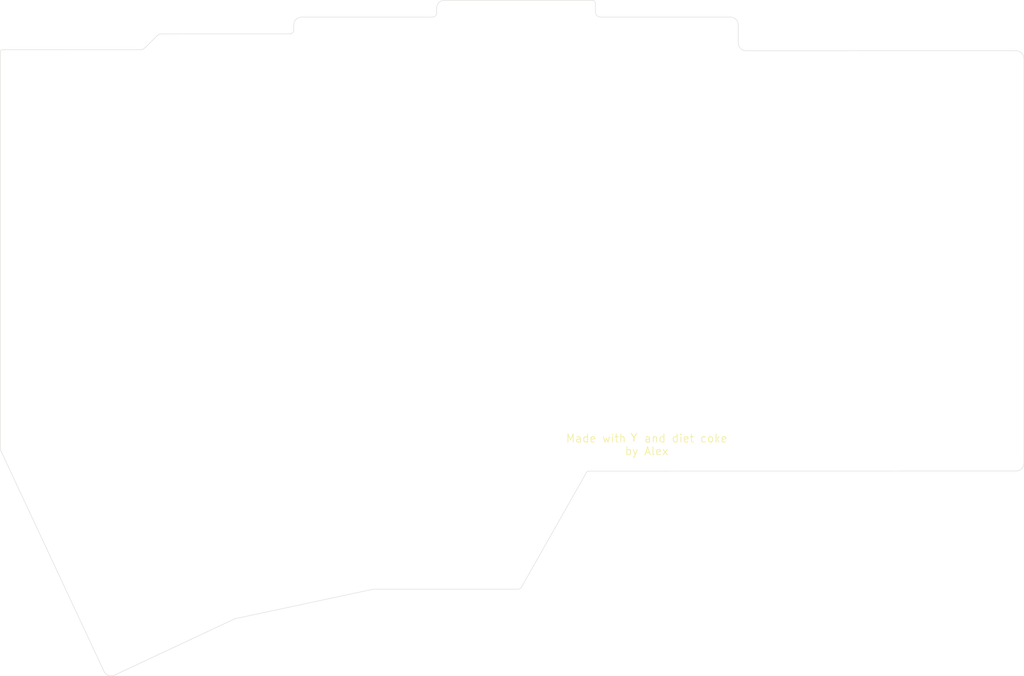
<source format=kicad_pcb>
(kicad_pcb (version 20240108) (generator "pcbnew") (generator_version "8.0")
  (layers (0 "F.Cu" signal) (31 "B.Cu" signal) (34 "B.Paste" user) (35 "F.Paste" user) (36 "B.SilkS" user "B.Silkscreen") (37 "F.SilkS" user "F.Silkscreen") (38 "B.Mask" user) (39 "F.Mask" user) (44 "Edge.Cuts" user))
  (net 0 "")
  (footprint "" (layer "B.Cu") (at 108.37857 55.25 180)
    (property "Reference" "" (at 0 0 0) (layer "B.SilkS") (effects (font (size 1.27 1.27)) (justify mirror)))
    (property "Value" "")
    (pad "" np_thru_hole circle (at 0 0 180) (size 2.2 2.2) (drill 2.2) (layers "F&B.Cu" "*.Mask"))
  )
  (footprint "" (layer "B.Cu") (at 108.37857 74.375 180)
    (property "Reference" "" (at 0 0 0) (layer "B.SilkS") (effects (font (size 1.27 1.27)) (justify mirror)))
    (property "Value" "")
    (pad "" np_thru_hole circle (at 0 0 180) (size 2.2 2.2) (drill 2.2) (layers "F&B.Cu" "*.Mask"))
  )
  (footprint "" (layer "B.Cu") (at 180.37857 76.5 180)
    (property "Reference" "" (at 0 0 0) (layer "B.SilkS") (effects (font (size 1.27 1.27)) (justify mirror)))
    (property "Value" "")
    (pad "" np_thru_hole circle (at 0 0 180) (size 2.2 2.2) (drill 2.2) (layers "F&B.Cu" "*.Mask"))
  )
  (footprint "" (layer "B.Cu") (at 97.12857 93.5172 180)
    (property "Reference" "" (at 0 0 0) (layer "B.SilkS") (effects (font (size 1.27 1.27)) (justify mirror)))
    (property "Value" "")
    (pad "" np_thru_hole circle (at 0 0 180) (size 2.2 2.2) (drill 2.2) (layers "F&B.Cu" "*.Mask"))
  )
  (footprint "" (layer "B.Cu") (at 139.87857 91.375 180)
    (property "Reference" "" (at 0 0 0) (layer "B.SilkS") (effects (font (size 1.27 1.27)) (justify mirror)))
    (property "Value" "")
    (pad "" np_thru_hole circle (at 0 0 180) (size 2.2 2.2) (drill 2.2) (layers "F&B.Cu" "*.Mask"))
  )
  (footprint "" (layer "B.Cu") (at 180.37857 59.5 180)
    (property "Reference" "" (at 0 0 0) (layer "B.SilkS") (effects (font (size 1.27 1.27)) (justify mirror)))
    (property "Value" "")
    (pad "" np_thru_hole circle (at 0 0 180) (size 2.2 2.2) (drill 2.2) (layers "F&B.Cu" "*.Mask"))
  )
  (gr_arc (start 70.481888 91.977009) (mid 70.404877 91.797527) (end 70.37857 91.604) (stroke (width 0.05)) (layer "Edge.Cuts"))
  (gr_arc (start 70.37857 41.629) (mid 70.452965 41.449395) (end 70.63257 41.375) (stroke (width 0.05)) (layer "Edge.Cuts"))
  (gr_arc (start 90.12857 39.625) (mid 90.38241 39.442877) (end 90.688125 39.378551) (stroke (width 0.05)) (layer "Edge.Cuts"))
  (gr_line (start 146.01357 37.25) (end 162.37857 37.25) (stroke (width 0.05)) (layer "Edge.Cuts"))
  (gr_line (start 99.96468 113.119122) (end 84.781703 120.236573) (stroke (width 0.05)) (layer "Edge.Cuts"))
  (gr_arc (start 146.01357 37.25) (mid 145.564557 37.064013) (end 145.37857 36.615) (stroke (width 0.05)) (layer "Edge.Cuts"))
  (gr_line (start 90.688125 39.378551) (end 106.87057 39.375) (stroke (width 0.05)) (layer "Edge.Cuts"))
  (gr_line (start 125.37857 36.742) (end 125.37857 36.125) (stroke (width 0.05)) (layer "Edge.Cuts"))
  (gr_line (start 135.67857 109.3922) (end 117.41468 109.394122) (stroke (width 0.05)) (layer "Edge.Cuts"))
  (gr_arc (start 125.37857 36.742) (mid 125.22978 37.10121) (end 124.87057 37.25) (stroke (width 0.05)) (layer "Edge.Cuts"))
  (gr_line (start 164.37857 41.505636) (end 198.37857 41.5) (stroke (width 0.05)) (layer "Edge.Cuts"))
  (gr_line (start 136.085677 109.099307) (end 144.243529 94.691538) (stroke (width 0.05)) (layer "Edge.Cuts"))
  (gr_line (start 70.37857 91.604) (end 70.37857 41.629) (stroke (width 0.05)) (layer "Edge.Cuts"))
  (gr_line (start 199.37857 42.5) (end 199.37857 93.5) (stroke (width 0.05)) (layer "Edge.Cuts"))
  (gr_arc (start 125.37857 36.125) (mid 125.671463 35.417893) (end 126.37857 35.125) (stroke (width 0.05)) (layer "Edge.Cuts"))
  (gr_arc (start 198.37857 41.5) (mid 199.085677 41.792893) (end 199.37857 42.5) (stroke (width 0.05)) (layer "Edge.Cuts"))
  (gr_arc (start 199.37857 93.5) (mid 199.085677 94.207107) (end 198.37857 94.5) (stroke (width 0.05)) (layer "Edge.Cuts"))
  (gr_line (start 126.37857 35.125) (end 144.99757 35.125) (stroke (width 0.05)) (layer "Edge.Cuts"))
  (gr_arc (start 107.37857 38.867) (mid 107.22978 39.22621) (end 106.87057 39.375) (stroke (width 0.05)) (layer "Edge.Cuts"))
  (gr_arc (start 136.085676 109.099307) (mid 135.921185 109.299896) (end 135.678505 109.391545) (stroke (width 0.05)) (layer "Edge.Cuts"))
  (gr_line (start 88.658338 41.092432) (end 90.12857 39.625) (stroke (width 0.05)) (layer "Edge.Cuts"))
  (gr_arc (start 107.37857 38.25) (mid 107.671463 37.542893) (end 108.37857 37.25) (stroke (width 0.05)) (layer "Edge.Cuts"))
  (gr_arc (start 144.99757 35.125) (mid 145.266978 35.236592) (end 145.37857 35.506) (stroke (width 0.05)) (layer "Edge.Cuts"))
  (gr_line (start 108.37857 37.25) (end 124.87057 37.25) (stroke (width 0.05)) (layer "Edge.Cuts"))
  (gr_line (start 117.41468 109.394122) (end 99.96468 113.119122) (stroke (width 0.05)) (layer "Edge.Cuts"))
  (gr_line (start 163.37857 38.225311) (end 163.378571 40.475) (stroke (width 0.05)) (layer "Edge.Cuts"))
  (gr_line (start 145.37857 35.506) (end 145.37857 36.615) (stroke (width 0.05)) (layer "Edge.Cuts"))
  (gr_arc (start 162.37857 37.25) (mid 163.076998 37.534201) (end 163.37857 38.225311) (stroke (width 0.05)) (layer "Edge.Cuts"))
  (gr_line (start 70.47857 91.979) (end 83.43968 119.719122) (stroke (width 0.05)) (layer "Edge.Cuts"))
  (gr_arc (start 84.781703 120.236573) (mid 84.002114 120.259433) (end 83.43968 119.719122) (stroke (width 0.05)) (layer "Edge.Cuts"))
  (gr_line (start 144.51468 94.507961) (end 198.37857 94.5) (stroke (width 0.05)) (layer "Edge.Cuts"))
  (gr_line (start 107.37857 38.867) (end 107.37857 38.25) (stroke (width 0.05)) (layer "Edge.Cuts"))
  (gr_arc (start 164.37857 41.505636) (mid 163.662217 41.20352) (end 163.378571 40.479659) (stroke (width 0.05)) (layer "Edge.Cuts"))
  (gr_line (start 70.63257 41.375) (end 87.998824 41.380026) (stroke (width 0.05)) (layer "Edge.Cuts"))
  (gr_arc (start 144.243529 94.691538) (mid 144.350956 94.558175) (end 144.51468 94.507961) (stroke (width 0.05)) (layer "Edge.Cuts"))
  (gr_arc (start 88.658338 41.092432) (mid 88.358566 41.304979) (end 87.998824 41.380026) (stroke (width 0.05)) (layer "Edge.Cuts"))
  (gr_text "Made with   and diet coke\nby Alex" (at 151.841 92.578 0) (layer "F.SilkS") (effects (font (size 1 1) (thickness 0.1)) (justify bottom)))
  (gr_text "Y" (at 149.809 90.927 0) (layer "F.SilkS") (effects (font (size 1 1) (thickness 0.1)) (justify left bottom)))
)
</source>
